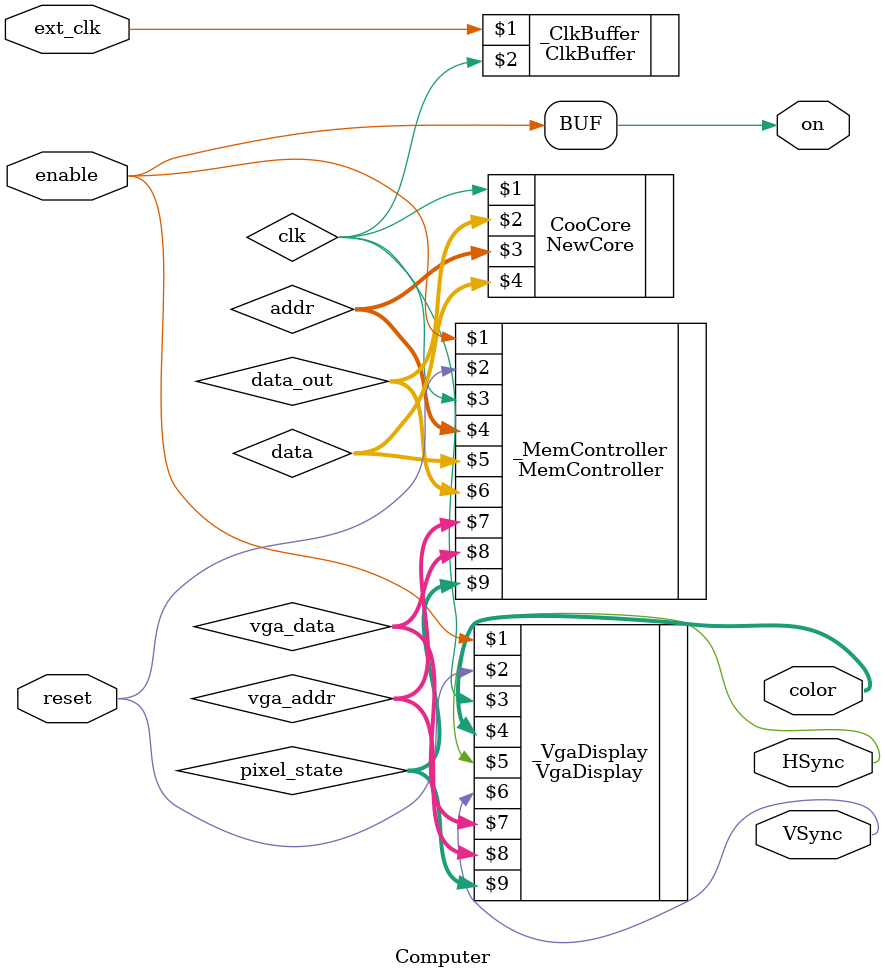
<source format=v>
`timescale 1ns / 1ps
module Computer(
	input enable,
	input reset,
	input ext_clk,
	output [7:0] color, // rrr_ggg_bb
	output HSync,
	output VSync,
	output on // enable LED
    );
	 
	wire [23:0] addr;
	wire [15:0] data;
	wire we;
	wire [15:0] data_out;
	wire [14:0] vga_addr;
	wire [15:0] vga_data;
	wire [1:0] pixel_state;
	 
	ClkBuffer _ClkBuffer(ext_clk, clk);
   
   NewCore CooCore(clk, data_out, addr, data);
	
	MemController _MemController(enable, reset, clk, addr, data, data_out, vga_addr, vga_data, pixel_state);
	VgaDisplay _VgaDisplay(enable, reset, clk, color, HSync, VSync, vga_data, vga_addr, pixel_state);

	assign on = enable;
	
endmodule

</source>
